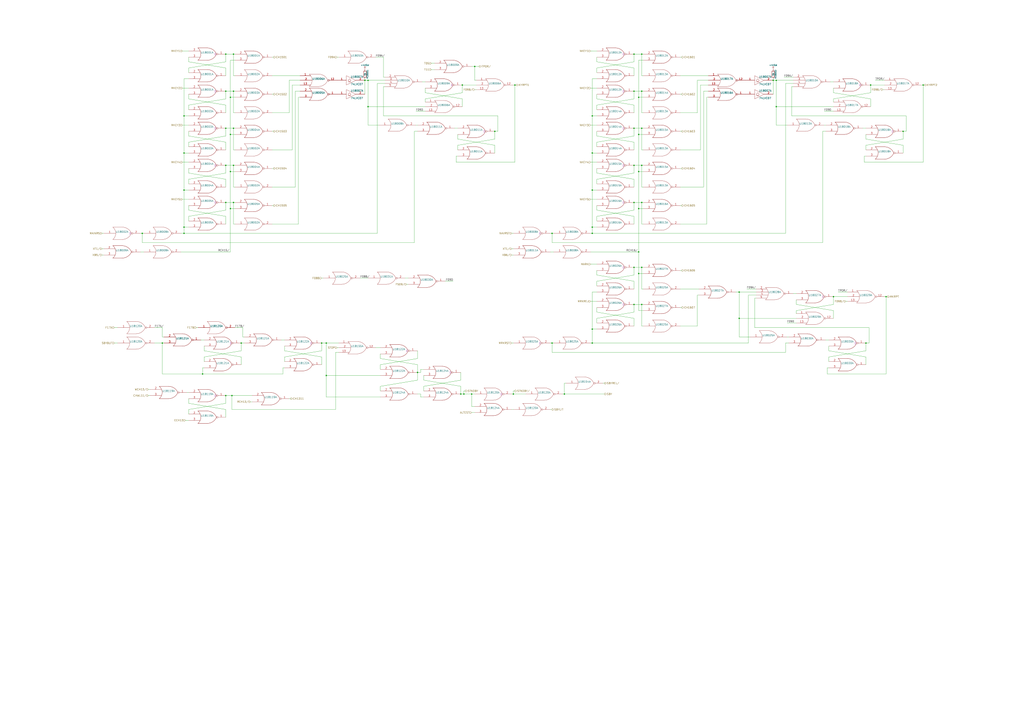
<source format=kicad_sch>
(kicad_sch (version 20211123) (generator eeschema)
  (paper "A1")
  (junction (at 267.97 308.61))
  (junction (at 189.23 171.45))
  (junction (at 185.42 135.89))
  (junction (at 684.53 243.84))
  (junction (at 463.55 323.85))
  (junction (at 189.23 80.01))
  (junction (at 741.68 107.95))
  (junction (at 527.05 219.71))
  (junction (at 520.7 166.37))
  (junction (at 198.12 281.94))
  (junction (at 711.2 281.94))
  (junction (at 524.51 224.79))
  (junction (at 758.19 69.85))
  (junction (at 191.77 105.41))
  (junction (at 422.91 69.85))
  (junction (at 520.7 135.89))
  (junction (at 191.77 166.37))
  (junction (at 185.42 325.12))
  (junction (at 527.05 166.37))
  (junction (at 133.35 281.94))
  (junction (at 637.54 66.04))
  (junction (at 520.7 250.19))
  (junction (at 527.05 250.19))
  (junction (at 486.41 186.69))
  (junction (at 421.64 323.85))
  (junction (at 524.51 110.49))
  (junction (at 520.7 74.93))
  (junction (at 486.41 191.77))
  (junction (at 637.54 87.63))
  (junction (at 185.42 166.37))
  (junction (at 607.06 261.62))
  (junction (at 727.71 243.84))
  (junction (at 378.46 323.85))
  (junction (at 342.9 306.07))
  (junction (at 264.16 281.94))
  (junction (at 607.06 240.03))
  (junction (at 520.7 105.41))
  (junction (at 191.77 135.89))
  (junction (at 715.01 69.85))
  (junction (at 486.41 125.73))
  (junction (at 486.41 156.21))
  (junction (at 387.35 323.85))
  (junction (at 151.13 186.69))
  (junction (at 524.51 80.01))
  (junction (at 524.51 207.01))
  (junction (at 389.89 54.61))
  (junction (at 166.37 307.34))
  (junction (at 116.84 191.77))
  (junction (at 527.05 44.45))
  (junction (at 527.05 135.89))
  (junction (at 379.73 69.85))
  (junction (at 486.41 95.25))
  (junction (at 524.51 140.97))
  (junction (at 381 323.85))
  (junction (at 486.41 281.94))
  (junction (at 151.13 95.25))
  (junction (at 486.41 270.51))
  (junction (at 191.77 74.93))
  (junction (at 151.13 125.73))
  (junction (at 151.13 191.77))
  (junction (at 185.42 44.45))
  (junction (at 189.23 140.97))
  (junction (at 267.97 281.94))
  (junction (at 527.05 74.93))
  (junction (at 302.26 66.04))
  (junction (at 527.05 105.41))
  (junction (at 520.7 219.71))
  (junction (at 299.72 66.04))
  (junction (at 524.51 171.45))
  (junction (at 302.26 87.63))
  (junction (at 453.39 191.77))
  (junction (at 189.23 110.49))
  (junction (at 635 66.04))
  (junction (at 190.5 325.12))
  (junction (at 151.13 156.21))
  (junction (at 406.4 107.95))
  (junction (at 453.39 281.94))
  (junction (at 520.7 44.45))
  (junction (at 185.42 74.93))
  (junction (at 185.42 105.41))
  (junction (at 191.77 44.45))
  (wire (pts (xy 490.22 50.8) (xy 490.22 46.99)))
  (wire (pts (xy 527.05 250.19) (xy 528.32 250.19)))
  (wire (pts (xy 619.76 269.24) (xy 619.76 245.11)))
  (wire (pts (xy 233.68 293.37) (xy 233.68 297.18)))
  (wire (pts (xy 520.7 50.8) (xy 490.22 55.88)))
  (wire (pts (xy 453.39 191.77) (xy 453.39 199.39)))
  (wire (pts (xy 520.7 135.89) (xy 527.05 135.89)))
  (wire (pts (xy 381 321.31) (xy 382.27 321.31)))
  (wire (pts (xy 387.35 334.01) (xy 389.89 334.01)))
  (wire (pts (xy 342.9 294.64) (xy 312.42 299.72)))
  (wire (pts (xy 726.44 69.85) (xy 715.01 69.85)))
  (wire (pts (xy 527.05 92.71) (xy 528.32 92.71)))
  (wire (pts (xy 527.05 166.37) (xy 527.05 184.15)))
  (wire (pts (xy 485.14 163.83) (xy 490.22 163.83)))
  (wire (pts (xy 342.9 312.42) (xy 312.42 317.5)))
  (wire (pts (xy 185.42 142.24) (xy 154.94 147.32)))
  (wire (pts (xy 527.05 44.45) (xy 528.32 44.45)))
  (wire (pts (xy 185.42 336.55) (xy 154.94 331.47)))
  (wire (pts (xy 614.68 242.57) (xy 621.03 242.57)))
  (wire (pts (xy 558.8 92.71) (xy 572.77 92.71)))
  (wire (pts (xy 375.92 119.38) (xy 375.92 123.19)))
  (wire (pts (xy 422.91 133.35) (xy 374.65 133.35)))
  (wire (pts (xy 727.71 243.84) (xy 728.98 243.84)))
  (wire (pts (xy 520.7 55.88) (xy 490.22 50.8)))
  (wire (pts (xy 524.51 80.01) (xy 528.32 80.01)))
  (wire (pts (xy 679.45 307.34) (xy 679.45 302.26)))
  (wire (pts (xy 575.31 69.85) (xy 581.66 69.85)))
  (wire (pts (xy 299.72 66.04) (xy 302.26 66.04)))
  (wire (pts (xy 527.05 74.93) (xy 528.32 74.93)))
  (wire (pts (xy 153.67 322.58) (xy 154.94 322.58)))
  (wire (pts (xy 224.79 107.95) (xy 223.52 107.95)))
  (wire (pts (xy 309.88 191.77) (xy 309.88 68.58)))
  (wire (pts (xy 572.77 267.97) (xy 572.77 242.57)))
  (wire (pts (xy 148.59 191.77) (xy 151.13 191.77)))
  (wire (pts (xy 580.39 80.01) (xy 581.66 80.01)))
  (wire (pts (xy 342.9 306.07) (xy 342.9 312.42)))
  (wire (pts (xy 133.35 276.86) (xy 134.62 276.86)))
  (wire (pts (xy 486.41 125.73) (xy 490.22 125.73)))
  (wire (pts (xy 520.7 172.72) (xy 490.22 177.8)))
  (wire (pts (xy 422.91 69.85) (xy 424.18 69.85)))
  (wire (pts (xy 264.16 228.6) (xy 265.43 228.6)))
  (wire (pts (xy 189.23 80.01) (xy 189.23 110.49)))
  (wire (pts (xy 166.37 307.34) (xy 232.41 307.34)))
  (wire (pts (xy 607.06 261.62) (xy 607.06 276.86)))
  (wire (pts (xy 524.51 255.27) (xy 528.32 255.27)))
  (wire (pts (xy 190.5 336.55) (xy 275.59 336.55)))
  (wire (pts (xy 185.42 166.37) (xy 191.77 166.37)))
  (wire (pts (xy 560.07 138.43) (xy 558.8 138.43)))
  (wire (pts (xy 240.03 69.85) (xy 246.38 69.85)))
  (wire (pts (xy 486.41 156.21) (xy 486.41 186.69)))
  (wire (pts (xy 389.89 73.66) (xy 391.16 73.66)))
  (wire (pts (xy 116.84 191.77) (xy 118.11 191.77)))
  (wire (pts (xy 190.5 325.12) (xy 190.5 336.55)))
  (wire (pts (xy 490.22 226.06) (xy 490.22 222.25)))
  (wire (pts (xy 711.2 299.72) (xy 711.2 293.37)))
  (wire (pts (xy 558.8 123.19) (xy 575.31 123.19)))
  (wire (pts (xy 375.92 114.3) (xy 375.92 110.49)))
  (wire (pts (xy 240.03 123.19) (xy 240.03 69.85)))
  (wire (pts (xy 83.82 204.47) (xy 85.09 204.47)))
  (wire (pts (xy 191.77 153.67) (xy 193.04 153.67)))
  (wire (pts (xy 520.7 74.93) (xy 520.7 81.28)))
  (wire (pts (xy 527.05 219.71) (xy 527.05 237.49)))
  (wire (pts (xy 486.41 191.77) (xy 645.16 191.77)))
  (wire (pts (xy 485.14 133.35) (xy 490.22 133.35)))
  (wire (pts (xy 316.23 63.5) (xy 314.96 63.5)))
  (wire (pts (xy 560.07 46.99) (xy 558.8 46.99)))
  (wire (pts (xy 452.12 191.77) (xy 453.39 191.77)))
  (wire (pts (xy 191.77 105.41) (xy 193.04 105.41)))
  (wire (pts (xy 232.41 302.26) (xy 233.68 302.26)))
  (wire (pts (xy 198.12 299.72) (xy 198.12 293.37)))
  (wire (pts (xy 341.63 102.87) (xy 342.9 102.87)))
  (wire (pts (xy 709.93 133.35) (xy 709.93 128.27)))
  (wire (pts (xy 224.79 168.91) (xy 223.52 168.91)))
  (wire (pts (xy 694.69 247.65) (xy 695.96 247.65)))
  (wire (pts (xy 727.71 243.84) (xy 727.71 307.34)))
  (wire (pts (xy 408.94 107.95) (xy 408.94 95.25)))
  (wire (pts (xy 688.34 240.03) (xy 695.96 240.03)))
  (wire (pts (xy 646.43 276.86) (xy 647.7 276.86)))
  (wire (pts (xy 165.1 279.4) (xy 167.64 279.4)))
  (wire (pts (xy 193.04 269.24) (xy 199.39 269.24)))
  (wire (pts (xy 577.85 153.67) (xy 577.85 74.93)))
  (wire (pts (xy 486.41 125.73) (xy 486.41 156.21)))
  (wire (pts (xy 560.07 222.25) (xy 558.8 222.25)))
  (wire (pts (xy 527.05 184.15) (xy 528.32 184.15)))
  (wire (pts (xy 245.11 184.15) (xy 245.11 80.01)))
  (wire (pts (xy 485.14 102.87) (xy 490.22 102.87)))
  (wire (pts (xy 154.94 142.24) (xy 154.94 138.43)))
  (wire (pts (xy 116.84 191.77) (xy 116.84 199.39)))
  (wire (pts (xy 572.77 92.71) (xy 572.77 66.04)))
  (wire (pts (xy 520.7 166.37) (xy 527.05 166.37)))
  (wire (pts (xy 654.05 250.19) (xy 684.53 255.27)))
  (wire (pts (xy 275.59 289.56) (xy 278.13 289.56)))
  (wire (pts (xy 527.05 250.19) (xy 527.05 267.97)))
  (wire (pts (xy 524.51 110.49) (xy 528.32 110.49)))
  (wire (pts (xy 347.98 317.5) (xy 347.98 321.31)))
  (wire (pts (xy 154.94 64.77) (xy 151.13 64.77)))
  (wire (pts (xy 185.42 123.19) (xy 185.42 116.84)))
  (wire (pts (xy 637.54 66.04) (xy 651.51 66.04)))
  (wire (pts (xy 264.16 288.29) (xy 264.16 281.94)))
  (wire (pts (xy 199.39 276.86) (xy 200.66 276.86)))
  (wire (pts (xy 520.7 105.41) (xy 520.7 111.76)))
  (wire (pts (xy 345.44 306.07) (xy 345.44 303.53)))
  (wire (pts (xy 185.42 177.8) (xy 154.94 172.72)))
  (wire (pts (xy 524.51 207.01) (xy 524.51 224.79)))
  (wire (pts (xy 711.2 119.38) (xy 711.2 123.19)))
  (wire (pts (xy 654.05 246.38) (xy 654.05 250.19)))
  (wire (pts (xy 189.23 80.01) (xy 193.04 80.01)))
  (wire (pts (xy 345.44 323.85) (xy 345.44 326.39)))
  (wire (pts (xy 185.42 105.41) (xy 191.77 105.41)))
  (wire (pts (xy 527.05 62.23) (xy 528.32 62.23)))
  (wire (pts (xy 527.05 44.45) (xy 527.05 62.23)))
  (wire (pts (xy 520.7 62.23) (xy 520.7 55.88)))
  (wire (pts (xy 485.14 191.77) (xy 486.41 191.77)))
  (wire (pts (xy 133.35 281.94) (xy 134.62 281.94)))
  (wire (pts (xy 486.41 186.69) (xy 490.22 186.69)))
  (wire (pts (xy 758.19 133.35) (xy 709.93 133.35)))
  (wire (pts (xy 490.22 177.8) (xy 490.22 181.61)))
  (wire (pts (xy 528.32 49.53) (xy 524.51 49.53)))
  (wire (pts (xy 185.42 166.37) (xy 185.42 172.72)))
  (wire (pts (xy 453.39 281.94) (xy 453.39 289.56)))
  (wire (pts (xy 420.37 204.47) (xy 421.64 204.47)))
  (wire (pts (xy 684.53 91.44) (xy 676.91 91.44)))
  (wire (pts (xy 758.19 69.85) (xy 758.19 133.35)))
  (wire (pts (xy 524.51 171.45) (xy 524.51 207.01)))
  (wire (pts (xy 421.64 336.55) (xy 420.37 336.55)))
  (wire (pts (xy 560.07 168.91) (xy 558.8 168.91)))
  (wire (pts (xy 520.7 44.45) (xy 520.7 50.8)))
  (wire (pts (xy 295.91 228.6) (xy 302.26 228.6)))
  (wire (pts (xy 198.12 281.94) (xy 200.66 281.94)))
  (wire (pts (xy 191.77 44.45) (xy 191.77 62.23)))
  (wire (pts (xy 237.49 66.04) (xy 246.38 66.04)))
  (wire (pts (xy 379.73 69.85) (xy 379.73 76.2)))
  (wire (pts (xy 524.51 224.79) (xy 528.32 224.79)))
  (wire (pts (xy 151.13 95.25) (xy 154.94 95.25)))
  (wire (pts (xy 490.22 240.03) (xy 486.41 240.03)))
  (wire (pts (xy 520.7 261.62) (xy 490.22 256.54)))
  (wire (pts (xy 490.22 86.36) (xy 490.22 90.17)))
  (wire (pts (xy 349.25 81.28) (xy 349.25 83.82)))
  (wire (pts (xy 527.05 237.49) (xy 528.32 237.49)))
  (wire (pts (xy 224.79 77.47) (xy 223.52 77.47)))
  (wire (pts (xy 520.7 226.06) (xy 490.22 231.14)))
  (wire (pts (xy 267.97 308.61) (xy 312.42 308.61)))
  (wire (pts (xy 223.52 123.19) (xy 240.03 123.19)))
  (wire (pts (xy 520.7 237.49) (xy 520.7 231.14)))
  (wire (pts (xy 374.65 133.35) (xy 374.65 128.27)))
  (wire (pts (xy 166.37 302.26) (xy 167.64 302.26)))
  (wire (pts (xy 149.86 133.35) (xy 154.94 133.35)))
  (wire (pts (xy 520.7 74.93) (xy 527.05 74.93)))
  (wire (pts (xy 619.76 245.11) (xy 621.03 245.11)))
  (wire (pts (xy 715.01 69.85) (xy 715.01 76.2)))
  (wire (pts (xy 520.7 147.32) (xy 490.22 142.24)))
  (wire (pts (xy 154.94 81.28) (xy 154.94 77.47)))
  (wire (pts (xy 406.4 107.95) (xy 406.4 114.3)))
  (wire (pts (xy 185.42 116.84) (xy 154.94 111.76)))
  (wire (pts (xy 421.64 321.31) (xy 422.91 321.31)))
  (wire (pts (xy 193.04 49.53) (xy 189.23 49.53)))
  (wire (pts (xy 354.33 57.15) (xy 356.87 57.15)))
  (wire (pts (xy 524.51 140.97) (xy 528.32 140.97)))
  (wire (pts (xy 420.37 281.94) (xy 421.64 281.94)))
  (wire (pts (xy 558.8 237.49) (xy 574.04 237.49)))
  (wire (pts (xy 237.49 327.66) (xy 238.76 327.66)))
  (wire (pts (xy 185.42 50.8) (xy 154.94 55.88)))
  (wire (pts (xy 490.22 261.62) (xy 490.22 265.43)))
  (wire (pts (xy 379.73 76.2) (xy 349.25 81.28)))
  (wire (pts (xy 378.46 312.42) (xy 347.98 317.5)))
  (wire (pts (xy 744.22 107.95) (xy 744.22 95.25)))
  (wire (pts (xy 408.94 95.25) (xy 314.96 95.25)))
  (wire (pts (xy 267.97 281.94) (xy 267.97 308.61)))
  (wire (pts (xy 191.77 62.23) (xy 193.04 62.23)))
  (wire (pts (xy 420.37 191.77) (xy 421.64 191.77)))
  (wire (pts (xy 524.51 207.01) (xy 485.14 207.01)))
  (wire (pts (xy 520.7 231.14) (xy 490.22 226.06)))
  (wire (pts (xy 189.23 110.49) (xy 189.23 140.97)))
  (wire (pts (xy 154.94 55.88) (xy 154.94 59.69)))
  (wire (pts (xy 711.2 281.94) (xy 713.74 281.94)))
  (wire (pts (xy 678.18 279.4) (xy 680.72 279.4)))
  (wire (pts (xy 680.72 293.37) (xy 680.72 297.18)))
  (wire (pts (xy 490.22 172.72) (xy 490.22 168.91)))
  (wire (pts (xy 191.77 166.37) (xy 193.04 166.37)))
  (wire (pts (xy 527.05 135.89) (xy 527.05 153.67)))
  (wire (pts (xy 378.46 312.42) (xy 378.46 306.07)))
  (wire (pts (xy 711.2 281.94) (xy 711.2 288.29)))
  (wire (pts (xy 191.77 74.93) (xy 193.04 74.93)))
  (wire (pts (xy 490.22 147.32) (xy 490.22 151.13)))
  (wire (pts (xy 421.64 323.85) (xy 431.8 323.85)))
  (wire (pts (xy 151.13 125.73) (xy 154.94 125.73)))
  (wire (pts (xy 654.05 255.27) (xy 654.05 257.81)))
  (wire (pts (xy 604.52 240.03) (xy 607.06 240.03)))
  (wire (pts (xy 490.22 55.88) (xy 490.22 59.69)))
  (wire (pts (xy 741.68 107.95) (xy 741.68 114.3)))
  (wire (pts (xy 684.53 81.28) (xy 684.53 83.82)))
  (wire (pts (xy 121.92 320.04) (xy 123.19 320.04)))
  (wire (pts (xy 151.13 156.21) (xy 151.13 186.69)))
  (wire (pts (xy 342.9 306.07) (xy 345.44 306.07)))
  (wire (pts (xy 520.7 219.71) (xy 527.05 219.71)))
  (wire (pts (xy 520.7 153.67) (xy 520.7 147.32)))
  (wire (pts (xy 708.66 105.41) (xy 711.2 105.41)))
  (wire (pts (xy 149.86 102.87) (xy 154.94 102.87)))
  (wire (pts (xy 345.44 326.39) (xy 347.98 326.39)))
  (wire (pts (xy 654.05 241.3) (xy 651.51 241.3)))
  (wire (pts (xy 198.12 288.29) (xy 167.64 293.37)))
  (wire (pts (xy 524.51 171.45) (xy 528.32 171.45)))
  (wire (pts (xy 651.51 63.5) (xy 643.89 63.5)))
  (wire (pts (xy 756.92 69.85) (xy 758.19 69.85)))
  (wire (pts (xy 185.42 135.89) (xy 185.42 142.24)))
  (wire (pts (xy 223.52 184.15) (xy 245.11 184.15)))
  (wire (pts (xy 154.94 336.55) (xy 154.94 340.36)))
  (wire (pts (xy 302.26 66.04) (xy 316.23 66.04)))
  (wire (pts (xy 347.98 312.42) (xy 347.98 308.61)))
  (wire (pts (xy 93.98 269.24) (xy 96.52 269.24)))
  (wire (pts (xy 151.13 64.77) (xy 151.13 95.25)))
  (wire (pts (xy 185.42 74.93) (xy 185.42 81.28)))
  (wire (pts (xy 242.57 153.67) (xy 242.57 74.93)))
  (wire (pts (xy 572.77 242.57) (xy 574.04 242.57)))
  (wire (pts (xy 189.23 171.45) (xy 193.04 171.45)))
  (wire (pts (xy 485.14 72.39) (xy 490.22 72.39)))
  (wire (pts (xy 302.26 87.63) (xy 302.26 102.87)))
  (wire (pts (xy 299.72 66.04) (xy 299.72 77.47)))
  (wire (pts (xy 340.36 199.39) (xy 340.36 107.95)))
  (wire (pts (xy 520.7 44.45) (xy 527.05 44.45)))
  (wire (pts (xy 420.37 209.55) (xy 421.64 209.55)))
  (wire (pts (xy 378.46 323.85) (xy 381 323.85)))
  (wire (pts (xy 154.94 177.8) (xy 154.94 181.61)))
  (wire (pts (xy 684.53 243.84) (xy 684.53 250.19)))
  (wire (pts (xy 520.7 166.37) (xy 520.7 172.72)))
  (wire (pts (xy 185.42 342.9) (xy 185.42 336.55)))
  (wire (pts (xy 485.14 217.17) (xy 490.22 217.17)))
  (wire (pts (xy 190.5 325.12) (xy 207.01 325.12)))
  (wire (pts (xy 205.74 330.2) (xy 207.01 330.2)))
  (wire (pts (xy 378.46 317.5) (xy 347.98 312.42)))
  (wire (pts (xy 191.77 74.93) (xy 191.77 92.71)))
  (wire (pts (xy 185.42 92.71) (xy 185.42 86.36)))
  (wire (pts (xy 453.39 191.77) (xy 454.66 191.77)))
  (wire (pts (xy 635 64.77) (xy 635 66.04)))
  (wire (pts (xy 527.05 219.71) (xy 528.32 219.71)))
  (wire (pts (xy 151.13 125.73) (xy 151.13 156.21)))
  (wire (pts (xy 679.45 302.26) (xy 680.72 302.26)))
  (wire (pts (xy 185.42 184.15) (xy 185.42 177.8)))
  (wire (pts (xy 349.25 76.2) (xy 379.73 81.28)))
  (wire (pts (xy 520.7 116.84) (xy 490.22 111.76)))
  (wire (pts (xy 486.41 186.69) (xy 486.41 191.77)))
  (wire (pts (xy 684.53 72.39) (xy 684.53 76.2)))
  (wire (pts (xy 422.91 69.85) (xy 422.91 133.35)))
  (wire (pts (xy 151.13 156.21) (xy 154.94 156.21)))
  (wire (pts (xy 718.82 66.04) (xy 726.44 66.04)))
  (wire (pts (xy 577.85 74.93) (xy 581.66 74.93)))
  (wire (pts (xy 676.91 102.87) (xy 678.18 102.87)))
  (wire (pts (xy 345.44 303.53) (xy 347.98 303.53)))
  (wire (pts (xy 189.23 110.49) (xy 193.04 110.49)))
  (wire (pts (xy 166.37 307.34) (xy 166.37 302.26)))
  (wire (pts (xy 520.7 256.54) (xy 490.22 261.62)))
  (wire (pts (xy 637.54 87.63) (xy 684.53 87.63)))
  (wire (pts (xy 381 323.85) (xy 381 321.31)))
  (wire (pts (xy 464.82 314.96) (xy 463.55 314.96)))
  (wire (pts (xy 486.41 270.51) (xy 486.41 281.94)))
  (wire (pts (xy 406.4 119.38) (xy 375.92 114.3)))
  (wire (pts (xy 650.24 95.25) (xy 650.24 71.12)))
  (wire (pts (xy 607.06 240.03) (xy 621.03 240.03)))
  (wire (pts (xy 232.41 307.34) (xy 232.41 302.26)))
  (wire (pts (xy 264.16 288.29) (xy 233.68 293.37)))
  (wire (pts (xy 607.06 276.86) (xy 615.95 276.86)))
  (wire (pts (xy 154.94 172.72) (xy 154.94 168.91)))
  (wire (pts (xy 83.82 209.55) (xy 85.09 209.55)))
  (wire (pts (xy 452.12 207.01) (xy 454.66 207.01)))
  (wire (pts (xy 420.37 323.85) (xy 421.64 323.85)))
  (wire (pts (xy 715.01 76.2) (xy 684.53 81.28)))
  (wire (pts (xy 485.14 247.65) (xy 490.22 247.65)))
  (wire (pts (xy 520.7 135.89) (xy 520.7 142.24)))
  (wire (pts (xy 490.22 256.54) (xy 490.22 252.73)))
  (wire (pts (xy 684.53 67.31) (xy 681.99 67.31)))
  (wire (pts (xy 713.74 269.24) (xy 619.76 269.24)))
  (wire (pts (xy 154.94 86.36) (xy 154.94 90.17)))
  (wire (pts (xy 378.46 317.5) (xy 378.46 323.85)))
  (wire (pts (xy 463.55 314.96) (xy 463.55 323.85)))
  (wire (pts (xy 560.07 107.95) (xy 558.8 107.95)))
  (wire (pts (xy 680.72 288.29) (xy 680.72 284.48)))
  (wire (pts (xy 520.7 184.15) (xy 520.7 177.8)))
  (wire (pts (xy 185.42 105.41) (xy 185.42 111.76)))
  (wire (pts (xy 149.86 163.83) (xy 154.94 163.83)))
  (wire (pts (xy 191.77 166.37) (xy 191.77 184.15)))
  (wire (pts (xy 314.96 46.99) (xy 308.61 46.99)))
  (wire (pts (xy 621.03 237.49) (xy 613.41 237.49)))
  (wire (pts (xy 490.22 81.28) (xy 490.22 77.47)))
  (wire (pts (xy 520.7 105.41) (xy 527.05 105.41)))
  (wire (pts (xy 199.39 269.24) (xy 199.39 276.86)))
  (wire (pts (xy 342.9 323.85) (xy 345.44 323.85)))
  (wire (pts (xy 189.23 49.53) (xy 189.23 80.01)))
  (wire (pts (xy 154.94 345.44) (xy 152.4 345.44)))
  (wire (pts (xy 485.14 281.94) (xy 486.41 281.94)))
  (wire (pts (xy 758.19 69.85) (xy 759.46 69.85)))
  (wire (pts (xy 373.38 105.41) (xy 375.92 105.41)))
  (wire (pts (xy 154.94 111.76) (xy 154.94 107.95)))
  (wire (pts (xy 191.77 184.15) (xy 193.04 184.15)))
  (wire (pts (xy 245.11 80.01) (xy 246.38 80.01)))
  (wire (pts (xy 675.64 107.95) (xy 678.18 107.95)))
  (wire (pts (xy 486.41 64.77) (xy 486.41 95.25)))
  (wire (pts (xy 374.65 128.27) (xy 375.92 128.27)))
  (wire (pts (xy 237.49 92.71) (xy 237.49 66.04)))
  (wire (pts (xy 314.96 95.25) (xy 314.96 71.12)))
  (wire (pts (xy 645.16 191.77) (xy 645.16 68.58)))
  (wire (pts (xy 275.59 336.55) (xy 275.59 289.56)))
  (wire (pts (xy 524.51 140.97) (xy 524.51 171.45)))
  (wire (pts (xy 189.23 207.01) (xy 148.59 207.01)))
  (wire (pts (xy 154.94 116.84) (xy 154.94 120.65)))
  (wire (pts (xy 185.42 153.67) (xy 185.42 147.32)))
  (wire (pts (xy 635 66.04) (xy 635 77.47)))
  (wire (pts (xy 365.76 231.14) (xy 372.11 231.14)))
  (wire (pts (xy 189.23 140.97) (xy 189.23 171.45)))
  (wire (pts (xy 486.41 95.25) (xy 490.22 95.25)))
  (wire (pts (xy 572.77 66.04) (xy 581.66 66.04)))
  (wire (pts (xy 709.93 128.27) (xy 711.2 128.27)))
  (wire (pts (xy 637.54 66.04) (xy 637.54 87.63)))
  (wire (pts (xy 486.41 95.25) (xy 486.41 125.73)))
  (wire (pts (xy 185.42 111.76) (xy 154.94 116.84)))
  (wire (pts (xy 558.8 62.23) (xy 581.66 62.23)))
  (wire (pts (xy 675.64 199.39) (xy 675.64 107.95)))
  (wire (pts (xy 93.98 281.94) (xy 96.52 281.94)))
  (wire (pts (xy 527.05 74.93) (xy 527.05 92.71)))
  (wire (pts (xy 520.7 86.36) (xy 490.22 81.28)))
  (wire (pts (xy 520.7 111.76) (xy 490.22 116.84)))
  (wire (pts (xy 453.39 199.39) (xy 675.64 199.39)))
  (wire (pts (xy 580.39 184.15) (xy 580.39 80.01)))
  (wire (pts (xy 308.61 285.75) (xy 312.42 285.75)))
  (wire (pts (xy 527.05 105.41) (xy 527.05 123.19)))
  (wire (pts (xy 406.4 107.95) (xy 408.94 107.95)))
  (wire (pts (xy 115.57 207.01) (xy 118.11 207.01)))
  (wire (pts (xy 387.35 339.09) (xy 389.89 339.09)))
  (wire (pts (xy 121.92 325.12) (xy 123.19 325.12)))
  (wire (pts (xy 340.36 107.95) (xy 342.9 107.95)))
  (wire (pts (xy 342.9 299.72) (xy 312.42 294.64)))
  (wire (pts (xy 342.9 299.72) (xy 342.9 306.07)))
  (wire (pts (xy 463.55 323.85) (xy 496.57 323.85)))
  (wire (pts (xy 527.05 135.89) (xy 528.32 135.89)))
  (wire (pts (xy 151.13 186.69) (xy 151.13 191.77)))
  (wire (pts (xy 607.06 261.62) (xy 654.05 261.62)))
  (wire (pts (xy 520.7 250.19) (xy 520.7 256.54)))
  (wire (pts (xy 527.05 166.37) (xy 528.32 166.37)))
  (wire (pts (xy 486.41 270.51) (xy 490.22 270.51)))
  (wire (pts (xy 711.2 288.29) (xy 680.72 293.37)))
  (wire (pts (xy 715.01 81.28) (xy 715.01 87.63)))
  (wire (pts (xy 242.57 74.93) (xy 246.38 74.93)))
  (wire (pts (xy 727.71 307.34) (xy 679.45 307.34)))
  (wire (pts (xy 560.07 252.73) (xy 558.8 252.73)))
  (wire (pts (xy 527.05 105.41) (xy 528.32 105.41)))
  (wire (pts (xy 185.42 55.88) (xy 154.94 50.8)))
  (wire (pts (xy 524.51 49.53) (xy 524.51 80.01)))
  (wire (pts (xy 264.16 293.37) (xy 233.68 288.29)))
  (wire (pts (xy 421.64 323.85) (xy 421.64 321.31)))
  (wire (pts (xy 495.3 314.96) (xy 496.57 314.96)))
  (wire (pts (xy 711.2 114.3) (xy 711.2 110.49)))
  (wire (pts (xy 223.52 153.67) (xy 242.57 153.67)))
  (wire (pts (xy 741.68 107.95) (xy 744.22 107.95)))
  (wire (pts (xy 185.42 325.12) (xy 190.5 325.12)))
  (wire (pts (xy 127 269.24) (xy 133.35 269.24)))
  (wire (pts (xy 191.77 44.45) (xy 193.04 44.45)))
  (wire (pts (xy 490.22 116.84) (xy 490.22 120.65)))
  (wire (pts (xy 198.12 281.94) (xy 198.12 288.29)))
  (wire (pts (xy 189.23 171.45) (xy 189.23 207.01)))
  (wire (pts (xy 154.94 50.8) (xy 154.94 46.99)))
  (wire (pts (xy 379.73 81.28) (xy 379.73 87.63)))
  (wire (pts (xy 741.68 119.38) (xy 711.2 114.3)))
  (wire (pts (xy 520.7 92.71) (xy 520.7 86.36)))
  (wire (pts (xy 684.53 255.27) (xy 684.53 261.62)))
  (wire (pts (xy 387.35 54.61) (xy 389.89 54.61)))
  (wire (pts (xy 520.7 219.71) (xy 520.7 226.06)))
  (wire (pts (xy 149.86 72.39) (xy 154.94 72.39)))
  (wire (pts (xy 490.22 111.76) (xy 490.22 107.95)))
  (wire (pts (xy 614.68 281.94) (xy 614.68 242.57)))
  (wire (pts (xy 127 281.94) (xy 133.35 281.94)))
  (wire (pts (xy 314.96 71.12) (xy 316.23 71.12)))
  (wire (pts (xy 520.7 177.8) (xy 490.22 172.72)))
  (wire (pts (xy 558.8 184.15) (xy 580.39 184.15)))
  (wire (pts (xy 645.16 68.58) (xy 651.51 68.58)))
  (wire (pts (xy 453.39 281.94) (xy 454.66 281.94)))
  (wire (pts (xy 406.4 125.73) (xy 406.4 119.38)))
  (wire (pts (xy 267.97 281.94) (xy 278.13 281.94)))
  (wire (pts (xy 524.51 80.01) (xy 524.51 110.49)))
  (wire (pts (xy 312.42 294.64) (xy 312.42 290.83)))
  (wire (pts (xy 154.94 147.32) (xy 154.94 151.13)))
  (wire (pts (xy 645.16 289.56) (xy 645.16 281.94)))
  (wire (pts (xy 524.51 224.79) (xy 524.51 255.27)))
  (wire (pts (xy 387.35 323.85) (xy 389.89 323.85)))
  (wire (pts (xy 115.57 191.77) (xy 116.84 191.77)))
  (wire (pts (xy 490.22 64.77) (xy 486.41 64.77)))
  (wire (pts (xy 524.51 110.49) (xy 524.51 140.97)))
  (wire (pts (xy 83.82 191.77) (xy 85.09 191.77)))
  (wire (pts (xy 302.26 102.87) (xy 311.15 102.87)))
  (wire (pts (xy 161.29 269.24) (xy 162.56 269.24)))
  (wire (pts (xy 185.42 44.45) (xy 185.42 50.8)))
  (wire (pts (xy 560.07 77.47) (xy 558.8 77.47)))
  (wire (pts (xy 278.13 285.75) (xy 276.86 285.75)))
  (wire (pts (xy 335.28 228.6) (xy 332.74 228.6)))
  (wire (pts (xy 309.88 68.58) (xy 316.23 68.58)))
  (wire (pts (xy 354.33 52.07) (xy 356.87 52.07)))
  (wire (pts (xy 711.2 293.37) (xy 680.72 288.29)))
  (wire (pts (xy 278.13 46.99) (xy 276.86 46.99)))
  (wire (pts (xy 607.06 240.03) (xy 607.06 261.62)))
  (wire (pts (xy 575.31 123.19) (xy 575.31 69.85)))
  (wire (pts (xy 389.89 54.61) (xy 389.89 66.04)))
  (wire (pts (xy 223.52 92.71) (xy 237.49 92.71)))
  (wire (pts (xy 151.13 95.25) (xy 151.13 125.73)))
  (wire (pts (xy 520.7 123.19) (xy 520.7 116.84)))
  (wire (pts (xy 264.16 299.72) (xy 264.16 293.37)))
  (wire (pts (xy 453.39 336.55) (xy 452.12 336.55)))
  (wire (pts (xy 695.96 243.84) (xy 684.53 243.84)))
  (wire (pts (xy 154.94 331.47) (xy 154.94 327.66)))
  (wire (pts (xy 520.7 267.97) (xy 520.7 261.62)))
  (wire (pts (xy 116.84 199.39) (xy 340.36 199.39)))
  (wire (pts (xy 486.41 240.03) (xy 486.41 270.51)))
  (wire (pts (xy 654.05 265.43) (xy 646.43 265.43)))
  (wire (pts (xy 191.77 135.89) (xy 193.04 135.89)))
  (wire (pts (xy 342.9 294.64) (xy 342.9 288.29)))
  (wire (pts (xy 191.77 123.19) (xy 193.04 123.19)))
  (wire (pts (xy 527.05 153.67) (xy 528.32 153.67)))
  (wire (pts (xy 744.22 95.25) (xy 650.24 95.25)))
  (wire (pts (xy 486.41 281.94) (xy 614.68 281.94)))
  (wire (pts (xy 191.77 105.41) (xy 191.77 123.19)))
  (wire (pts (xy 349.25 72.39) (xy 349.25 76.2)))
  (wire (pts (xy 558.8 153.67) (xy 577.85 153.67)))
  (wire (pts (xy 189.23 140.97) (xy 193.04 140.97)))
  (wire (pts (xy 650.24 71.12) (xy 651.51 71.12)))
  (wire (pts (xy 391.16 69.85) (xy 379.73 69.85)))
  (wire (pts (xy 185.42 74.93) (xy 191.77 74.93)))
  (wire (pts (xy 185.42 172.72) (xy 154.94 177.8)))
  (wire (pts (xy 185.42 331.47) (xy 154.94 336.55)))
  (wire (pts (xy 185.42 44.45) (xy 191.77 44.45)))
  (wire (pts (xy 421.64 69.85) (xy 422.91 69.85)))
  (wire (pts (xy 312.42 299.72) (xy 312.42 303.53)))
  (wire (pts (xy 133.35 281.94) (xy 133.35 307.34)))
  (wire (pts (xy 191.77 135.89) (xy 191.77 153.67)))
  (wire (pts (xy 198.12 293.37) (xy 167.64 288.29)))
  (wire (pts (xy 349.25 91.44) (xy 341.63 91.44)))
  (wire (pts (xy 520.7 81.28) (xy 490.22 86.36)))
  (wire (pts (xy 185.42 147.32) (xy 154.94 142.24)))
  (wire (pts (xy 267.97 326.39) (xy 312.42 326.39)))
  (wire (pts (xy 167.64 293.37) (xy 167.64 297.18)))
  (wire (pts (xy 645.16 281.94) (xy 647.7 281.94)))
  (wire (pts (xy 725.17 73.66) (xy 726.44 73.66)))
  (wire (pts (xy 167.64 288.29) (xy 167.64 284.48)))
  (wire (pts (xy 349.25 67.31) (xy 346.71 67.31)))
  (wire (pts (xy 302.26 66.04) (xy 302.26 87.63)))
  (wire (pts (xy 185.42 86.36) (xy 154.94 81.28)))
  (wire (pts (xy 335.28 233.68) (xy 334.01 233.68)))
  (wire (pts (xy 151.13 186.69) (xy 154.94 186.69)))
  (wire (pts (xy 231.14 279.4) (xy 233.68 279.4)))
  (wire (pts (xy 224.79 138.43) (xy 223.52 138.43)))
  (wire (pts (xy 486.41 156.21) (xy 490.22 156.21)))
  (wire (pts (xy 635 66.04) (xy 637.54 66.04)))
  (wire (pts (xy 490.22 231.14) (xy 490.22 234.95)))
  (wire (pts (xy 299.72 64.77) (xy 299.72 66.04)))
  (wire (pts (xy 387.35 323.85) (xy 387.35 334.01)))
  (wire (pts (xy 558.8 267.97) (xy 572.77 267.97)))
  (wire (pts (xy 406.4 114.3) (xy 375.92 119.38)))
  (wire (pts (xy 185.42 325.12) (xy 185.42 331.47)))
  (wire (pts (xy 726.44 243.84) (xy 727.71 243.84)))
  (wire (pts (xy 389.89 66.04) (xy 391.16 66.04)))
  (wire (pts (xy 520.7 142.24) (xy 490.22 147.32)))
  (wire (pts (xy 485.14 41.91) (xy 490.22 41.91)))
  (wire (pts (xy 381 323.85) (xy 387.35 323.85)))
  (wire (pts (xy 527.05 123.19) (xy 528.32 123.19)))
  (wire (pts (xy 264.16 281.94) (xy 267.97 281.94)))
  (wire (pts (xy 713.74 281.94) (xy 713.74 269.24)))
  (wire (pts (xy 684.53 76.2) (xy 715.01 81.28)))
  (wire (pts (xy 637.54 87.63) (xy 637.54 102.87)))
  (wire (pts (xy 151.13 191.77) (xy 309.88 191.77)))
  (wire (pts (xy 185.42 135.89) (xy 191.77 135.89)))
  (wire (pts (xy 191.77 92.71) (xy 193.04 92.71)))
  (wire (pts (xy 452.12 281.94) (xy 453.39 281.94)))
  (wire (pts (xy 185.42 81.28) (xy 154.94 86.36)))
  (wire (pts (xy 224.79 46.99) (xy 223.52 46.99)))
  (wire (pts (xy 741.68 125.73) (xy 741.68 119.38)))
  (wire (pts (xy 389.89 54.61) (xy 393.7 54.61)))
  (wire (pts (xy 490.22 142.24) (xy 490.22 138.43)))
  (wire (pts (xy 223.52 62.23) (xy 246.38 62.23)))
  (wire (pts (xy 520.7 250.19) (xy 527.05 250.19)))
  (wire (pts (xy 462.28 323.85) (xy 463.55 323.85)))
  (wire (pts (xy 233.68 288.29) (xy 233.68 284.48)))
  (wire (pts (xy 149.86 41.91) (xy 154.94 41.91)))
  (wire (pts (xy 133.35 269.24) (xy 133.35 276.86)))
  (wire (pts (xy 637.54 102.87) (xy 646.43 102.87)))
  (wire (pts (xy 185.42 62.23) (xy 185.42 55.88)))
  (wire (pts (xy 314.96 63.5) (xy 314.96 46.99)))
  (wire (pts (xy 312.42 317.5) (xy 312.42 321.31)))
  (wire (pts (xy 453.39 289.56) (xy 645.16 289.56)))
  (wire (pts (xy 527.05 267.97) (xy 528.32 267.97)))
  (wire (pts (xy 267.97 308.61) (xy 267.97 326.39)))
  (wire (pts (xy 741.68 114.3) (xy 711.2 119.38)))
  (wire (pts (xy 302.26 87.63) (xy 349.25 87.63)))
  (wire (pts (xy 133.35 307.34) (xy 166.37 307.34)))
  (wire (pts (xy 684.53 250.19) (xy 654.05 255.27)))
  (label "F09A/" (at 613.41 237.49 0) (effects (font (size 1.524 1.524))))
  (label "F09D" (at 341.63 91.44 0) (effects (font (size 1.524 1.524))))
  (label "F09D" (at 676.91 91.44 0) (effects (font (size 1.524 1.524))))
  (label "RCH16/" (at 514.35 207.01 0) (effects (font (size 1.524 1.524))))
  (label "TPOR/" (at 718.82 66.04 0) (effects (font (size 1.524 1.524))))
  (label "F17A/" (at 127 269.24 0) (effects (font (size 1.524 1.524))))
  (label "F09A/" (at 308.61 46.99 0) (effects (font (size 1.524 1.524))))
  (label "F17B/" (at 193.04 269.24 0) (effects (font (size 1.524 1.524))))
  (label "TPOR/" (at 688.34 240.03 0) (effects (font (size 1.524 1.524))))
  (label "RCH15/" (at 179.07 207.01 0) (effects (font (size 1.524 1.524))))
  (label "F08B/" (at 295.91 228.6 0) (effects (font (size 1.524 1.524))))
  (label "F09A/" (at 643.89 63.5 0) (effects (font (size 1.524 1.524))))
  (label "F09D" (at 646.43 265.43 0) (effects (font (size 1.524 1.524))))
  (label "F09D" (at 372.11 231.14 180) (effects (font (size 1.524 1.524))))
  (hierarchical_label "CH1502" (shape output) (at 224.79 77.47 0) (effects (font (size 1.524 1.524))))
  (hierarchical_label "CH1607" (shape output) (at 560.07 252.73 0) (effects (font (size 1.524 1.524))))
  (hierarchical_label "SBY" (shape output) (at 496.57 323.85 0) (effects (font (size 1.524 1.524))))
  (hierarchical_label "F09B/" (shape input) (at 389.89 73.66 180) (effects (font (size 1.524 1.524))))
  (hierarchical_label "MKEY3" (shape input) (at 149.86 102.87 180) (effects (font (size 1.524 1.524))))
  (hierarchical_label "NKEY2" (shape input) (at 485.14 72.39 180) (effects (font (size 1.524 1.524))))
  (hierarchical_label "STNDBY/" (shape output) (at 422.91 321.31 0) (effects (font (size 1.524 1.524))))
  (hierarchical_label "CH1503" (shape output) (at 224.79 107.95 0) (effects (font (size 1.524 1.524))))
  (hierarchical_label "NAVRST" (shape input) (at 420.37 191.77 180) (effects (font (size 1.524 1.524))))
  (hierarchical_label "CH1606" (shape output) (at 560.07 222.25 0) (effects (font (size 1.524 1.524))))
  (hierarchical_label "SBYBUT" (shape input) (at 93.98 281.94 180) (effects (font (size 1.524 1.524))))
  (hierarchical_label "CH1504" (shape output) (at 224.79 138.43 0) (effects (font (size 1.524 1.524))))
  (hierarchical_label "XT1/" (shape input) (at 420.37 204.47 180) (effects (font (size 1.524 1.524))))
  (hierarchical_label "CCH13" (shape input) (at 152.4 345.44 180) (effects (font (size 1.524 1.524))))
  (hierarchical_label "MKEY5" (shape input) (at 149.86 163.83 180) (effects (font (size 1.524 1.524))))
  (hierarchical_label "SBYLIT" (shape output) (at 453.39 336.55 0) (effects (font (size 1.524 1.524))))
  (hierarchical_label "MKEY1" (shape input) (at 149.86 41.91 180) (effects (font (size 1.524 1.524))))
  (hierarchical_label "ALTEST" (shape input) (at 387.35 339.09 180) (effects (font (size 1.524 1.524))))
  (hierarchical_label "CH1602" (shape output) (at 560.07 77.47 0) (effects (font (size 1.524 1.524))))
  (hierarchical_label "F17A" (shape input) (at 93.98 269.24 180) (effects (font (size 1.524 1.524))))
  (hierarchical_label "CH1311" (shape output) (at 238.76 327.66 0) (effects (font (size 1.524 1.524))))
  (hierarchical_label "FS09/" (shape input) (at 334.01 233.68 180) (effects (font (size 1.524 1.524))))
  (hierarchical_label "MKEY4" (shape input) (at 149.86 133.35 180) (effects (font (size 1.524 1.524))))
  (hierarchical_label "CH1605" (shape output) (at 560.07 168.91 0) (effects (font (size 1.524 1.524))))
  (hierarchical_label "STOP" (shape input) (at 276.86 285.75 180) (effects (font (size 1.524 1.524))))
  (hierarchical_label "CH1604" (shape output) (at 560.07 138.43 0) (effects (font (size 1.524 1.524))))
  (hierarchical_label "CH1505" (shape output) (at 224.79 168.91 0) (effects (font (size 1.524 1.524))))
  (hierarchical_label "CH1603" (shape output) (at 560.07 107.95 0) (effects (font (size 1.524 1.524))))
  (hierarchical_label "RCH13/" (shape input) (at 205.74 330.2 180) (effects (font (size 1.524 1.524))))
  (hierarchical_label "SBYREL/" (shape output) (at 496.57 314.96 0) (effects (font (size 1.524 1.524))))
  (hierarchical_label "NKEY5" (shape input) (at 485.14 163.83 180) (effects (font (size 1.524 1.524))))
  (hierarchical_label "MARK" (shape input) (at 485.14 217.17 180) (effects (font (size 1.524 1.524))))
  (hierarchical_label "MRKREJ" (shape input) (at 485.14 247.65 180) (effects (font (size 1.524 1.524))))
  (hierarchical_label "XT1/" (shape input) (at 83.82 204.47 180) (effects (font (size 1.524 1.524))))
  (hierarchical_label "T11" (shape input) (at 354.33 57.15 180) (effects (font (size 1.524 1.524))))
  (hierarchical_label "F09B/" (shape input) (at 694.69 247.65 180) (effects (font (size 1.524 1.524))))
  (hierarchical_label "T05" (shape input) (at 354.33 52.07 180) (effects (font (size 1.524 1.524))))
  (hierarchical_label "CH1501" (shape output) (at 224.79 46.99 0) (effects (font (size 1.524 1.524))))
  (hierarchical_label "NKEY4" (shape input) (at 485.14 133.35 180) (effects (font (size 1.524 1.524))))
  (hierarchical_label "XB6/" (shape input) (at 420.37 209.55 180) (effects (font (size 1.524 1.524))))
  (hierarchical_label "F17B" (shape input) (at 161.29 269.24 180) (effects (font (size 1.524 1.524))))
  (hierarchical_label "MRKRST" (shape input) (at 420.37 281.94 180) (effects (font (size 1.524 1.524))))
  (hierarchical_label "STNDBY" (shape output) (at 382.27 321.31 0) (effects (font (size 1.524 1.524))))
  (hierarchical_label "XB5/" (shape input) (at 83.82 209.55 180) (effects (font (size 1.524 1.524))))
  (hierarchical_label "F09B/" (shape input) (at 725.17 73.66 180) (effects (font (size 1.524 1.524))))
  (hierarchical_label "F08B" (shape input) (at 264.16 228.6 180) (effects (font (size 1.524 1.524))))
  (hierarchical_label "NKEY1" (shape input) (at 485.14 41.91 180) (effects (font (size 1.524 1.524))))
  (hierarchical_label "WCH13/" (shape input) (at 121.92 320.04 180) (effects (font (size 1.524 1.524))))
  (hierarchical_label "CHWL11/" (shape input) (at 121.92 325.12 180) (effects (font (size 1.524 1.524))))
  (hierarchical_label "NKEY3" (shape input) (at 485.14 102.87 180) (effects (font (size 1.524 1.524))))
  (hierarchical_label "TPOR/" (shape output) (at 393.7 54.61 0) (effects (font (size 1.524 1.524))))
  (hierarchical_label "CH1601" (shape output) (at 560.07 46.99 0) (effects (font (size 1.524 1.524))))
  (hierarchical_label "MKEY2" (shape input) (at 149.86 72.39 180) (effects (font (size 1.524 1.524))))
  (hierarchical_label "KYRPT1" (shape output) (at 424.18 69.85 0) (effects (font (size 1.524 1.524))))
  (hierarchical_label "MKRPT" (shape output) (at 728.98 243.84 0) (effects (font (size 1.524 1.524))))
  (hierarchical_label "F09A" (shape input) (at 276.86 46.99 180) (effects (font (size 1.524 1.524))))
  (hierarchical_label "MAINRS" (shape input) (at 83.82 191.77 180) (effects (font (size 1.524 1.524))))
  (hierarchical_label "KYRPT2" (shape output) (at 759.46 69.85 0) (effects (font (size 1.524 1.524))))
  (symbol (lib_id "agc_kicad_components:74HC04") (at 293.37 46.99 0)
    (property "Reference" "U18053" (at 293.37 45.72 0) (effects (font (size 1.524 1.524))))
    (property "Value" "74HC04" (effects hide))
  )
  (symbol (lib_id "agc_kicad_components:74HC04") (at 480.06 314.96 0)
    (property "Reference" "U18154" (at 480.06 313.69 0) (effects (font (size 1.524 1.524))))
    (property "Value" "74HC04" (effects hide))
  )
  (symbol (lib_id "agc_kicad_components:74HC02") (at 170.18 44.45 0)
    (property "Reference" "U18001" (at 170.18 43.18 0) (effects (font (size 1.524 1.524))))
    (property "Value" "74HC02" (effects hide))
    (property "Initial" "1" (at 176.53 44.45 0) (effects (font (size 1.524 1.524) italic)))
  )
  (symbol (lib_id "agc_kicad_components:74HC02") (at 170.18 62.23 0)
    (property "Reference" "U18001" (at 170.18 60.96 0) (effects (font (size 1.524 1.524))))
    (property "Value" "74HC02" (effects hide))
  )
  (symbol (lib_id "agc_kicad_components:74HC02") (at 208.28 46.99 0)
    (property "Reference" "U18001" (at 208.28 45.72 0) (effects (font (size 1.524 1.524))))
    (property "Value" "74HC02" (effects hide))
  )
  (symbol (lib_id "agc_kicad_components:74HC04") (at 208.28 62.23 0)
    (property "Reference" "U18002" (at 208.28 60.96 0) (effects (font (size 1.524 1.524))))
    (property "Value" "74HC04" (effects hide))
  )
  (symbol (lib_id "agc_kicad_components:74HC02") (at 170.18 74.93 0)
    (property "Reference" "U18001" (at 170.18 73.66 0) (effects (font (size 1.524 1.524))))
    (property "Value" "74HC02" (effects hide))
    (property "Initial" "1" (at 176.53 74.93 0) (effects (font (size 1.524 1.524) italic)))
  )
  (symbol (lib_id "agc_kicad_components:74HC02") (at 170.18 92.71 0)
    (property "Reference" "U18003" (at 170.18 91.44 0) (effects (font (size 1.524 1.524))))
    (property "Value" "74HC02" (effects hide))
  )
  (symbol (lib_id "agc_kicad_components:74HC02") (at 208.28 77.47 0)
    (property "Reference" "U18003" (at 208.28 76.2 0) (effects (font (size 1.524 1.524))))
    (property "Value" "74HC02" (effects hide))
  )
  (symbol (lib_id "agc_kicad_components:74HC04") (at 208.28 92.71 0)
    (property "Reference" "U18002" (at 208.28 91.44 0) (effects (font (size 1.524 1.524))))
    (property "Value" "74HC04" (effects hide))
  )
  (symbol (lib_id "agc_kicad_components:74HC02") (at 170.18 105.41 0)
    (property "Reference" "U18003" (at 170.18 104.14 0) (effects (font (size 1.524 1.524))))
    (property "Value" "74HC02" (effects hide))
    (property "Initial" "1" (at 176.53 105.41 0) (effects (font (size 1.524 1.524) italic)))
  )
  (symbol (lib_id "agc_kicad_components:74HC02") (at 170.18 123.19 0)
    (property "Reference" "U18003" (at 170.18 121.92 0) (effects (font (size 1.524 1.524))))
    (property "Value" "74HC02" (effects hide))
  )
  (symbol (lib_id "agc_kicad_components:74HC02") (at 208.28 107.95 0)
    (property "Reference" "U18004" (at 208.28 106.68 0) (effects (font (size 1.524 1.524))))
    (property "Value" "74HC02" (effects hide))
  )
  (symbol (lib_id "agc_kicad_components:74HC04") (at 208.28 123.19 0)
    (property "Reference" "U18002" (at 208.28 121.92 0) (effects (font (size 1.524 1.524))))
    (property "Value" "74HC04" (effects hide))
  )
  (symbol (lib_id "agc_kicad_components:74HC02") (at 170.18 135.89 0)
    (property "Reference" "U18004" (at 170.18 134.62 0) (effects (font (size 1.524 1.524))))
    (property "Value" "74HC02" (effects hide))
    (property "Initial" "1" (at 176.53 135.89 0) (effects (font (size 1.524 1.524) italic)))
  )
  (symbol (lib_id "agc_kicad_components:74HC02") (at 170.18 153.67 0)
    (property "Reference" "U18004" (at 170.18 152.4 0) (effects (font (size 1.524 1.524))))
    (property "Value" "74HC02" (effects hide))
  )
  (symbol (lib_id "agc_kicad_components:74HC02") (at 208.28 138.43 0)
    (property "Reference" "U18004" (at 208.28 137.16 0) (effects (font (size 1.524 1.524))))
    (property "Value" "74HC02" (effects hide))
  )
  (symbol (lib_id "agc_kicad_components:74HC04") (at 208.28 153.67 0)
    (property "Reference" "U18002" (at 208.28 152.4 0) (effects (font (size 1.524 1.524))))
    (property "Value" "74HC04" (effects hide))
  )
  (symbol (lib_id "agc_kicad_components:74HC02") (at 170.18 166.37 0)
    (property "Reference" "U18005" (at 170.18 165.1 0) (effects (font (size 1.524 1.524))))
    (property "Value" "74HC02" (effects hide))
    (property "Initial" "1" (at 176.53 166.37 0) (effects (font (size 1.524 1.524) italic)))
  )
  (symbol (lib_id "agc_kicad_components:74HC02") (at 170.18 184.15 0)
    (property "Reference" "U18005" (at 170.18 182.88 0) (effects (font (size 1.524 1.524))))
    (property "Value" "74HC02" (effects hide))
  )
  (symbol (lib_id "agc_kicad_components:74HC02") (at 208.28 168.91 0)
    (property "Reference" "U18005" (at 208.28 167.64 0) (effects (font (size 1.524 1.524))))
    (property "Value" "74HC02" (effects hide))
  )
  (symbol (lib_id "agc_kicad_components:74HC04") (at 208.28 184.15 0)
    (property "Reference" "U18002" (at 208.28 182.88 0) (effects (font (size 1.524 1.524))))
    (property "Value" "74HC04" (effects hide))
  )
  (symbol (lib_id "agc_kicad_components:74HC27") (at 261.62 66.04 0)
    (property "Reference" "U18006" (at 261.62 64.77 0) (effects (font (size 1.524 1.524))))
    (property "Value" "74HC27" (effects hide))
  )
  (symbol (lib_id "agc_kicad_components:74HC02") (at 261.62 77.47 0)
    (property "Reference" "U18005" (at 261.62 76.2 0) (effects (font (size 1.524 1.524))))
    (property "Value" "74HC02" (effects hide))
  )
  (symbol (lib_id "agc_kicad_components:74LVC07") (at 288.29 66.04 0)
    (property "Reference" "U18007" (at 293.243 63.119 0) (effects (font (size 1.524 1.524))))
    (property "Value" "74LVC07" (at 293.116 69.215 0) (effects (font (size 1.524 1.524))))
  )
  (symbol (lib_id "agc_kicad_components:74LVC07") (at 288.29 77.47 0)
    (property "Reference" "U18007" (at 293.243 74.549 0) (effects (font (size 1.524 1.524))))
    (property "Value" "74LVC07" (at 293.116 80.645 0) (effects (font (size 1.524 1.524))))
  )
  (symbol (lib_id "inout_iii-rescue:R-device") (at 299.72 60.96 0)
    (property "Reference" "R18001" (at 301.752 60.96 90))
    (property "Value" "5k" (at 299.72 60.96 90))
  )
  (symbol (lib_id "agc_kicad_components:74HC04") (at 100.33 191.77 0)
    (property "Reference" "U18002" (at 100.33 190.5 0) (effects (font (size 1.524 1.524))))
    (property "Value" "74HC04" (effects hide))
    (property "Initial" "1" (at 106.68 191.77 0) (effects (font (size 1.524 1.524) italic)))
  )
  (symbol (lib_id "agc_kicad_components:74HC04") (at 133.35 191.77 0)
    (property "Reference" "U18008" (at 133.35 190.5 0) (effects (font (size 1.524 1.524))))
    (property "Value" "74HC04" (effects hide))
  )
  (symbol (lib_id "agc_kicad_components:74HC02") (at 100.33 207.01 0)
    (property "Reference" "U18009" (at 100.33 205.74 0) (effects (font (size 1.524 1.524))))
    (property "Value" "74HC02" (effects hide))
  )
  (symbol (lib_id "agc_kicad_components:74HC04") (at 133.35 207.01 0)
    (property "Reference" "U18008" (at 133.35 205.74 0) (effects (font (size 1.524 1.524))))
    (property "Value" "74HC04" (effects hide))
  )
  (symbol (lib_id "agc_kicad_components:74HC4002") (at 331.47 67.31 0)
    (property "Reference" "U18010" (at 331.47 66.04 0) (effects (font (size 1.524 1.524))))
    (property "Value" "74HC4002" (effects hide))
  )
  (symbol (lib_id "agc_kicad_components:74HC27") (at 364.49 87.63 0)
    (property "Reference" "U18006" (at 364.49 86.36 0) (effects (font (size 1.524 1.524))))
    (property "Value" "74HC27" (effects hide))
  )
  (symbol (lib_id "agc_kicad_components:74HC02") (at 364.49 69.85 0)
    (property "Reference" "U18009" (at 364.49 68.58 0) (effects (font (size 1.524 1.524))))
    (property "Value" "74HC02" (effects hide))
    (property "Initial" "1" (at 370.84 69.85 0) (effects (font (size 1.524 1.524) italic)))
  )
  (symbol (lib_id "agc_kicad_components:74HC27") (at 406.4 69.85 0)
    (property "Reference" "U18006" (at 406.4 68.58 0) (effects (font (size 1.524 1.524))))
    (property "Value" "74HC27" (effects hide))
  )
  (symbol (lib_id "agc_kicad_components:74HC02") (at 372.11 54.61 0)
    (property "Reference" "U18009" (at 372.11 53.34 0) (effects (font (size 1.524 1.524))))
    (property "Value" "74HC02" (effects hide))
  )
  (symbol (lib_id "agc_kicad_components:74HC02") (at 358.14 105.41 0)
    (property "Reference" "U18011" (at 358.14 104.14 0) (effects (font (size 1.524 1.524))))
    (property "Value" "74HC02" (effects hide))
  )
  (symbol (lib_id "agc_kicad_components:74HC02") (at 391.16 107.95 0)
    (property "Reference" "U18011" (at 391.16 106.68 0) (effects (font (size 1.524 1.524))))
    (property "Value" "74HC02" (effects hide))
    (property "Initial" "1" (at 397.51 107.95 0) (effects (font (size 1.524 1.524) italic)))
  )
  (symbol (lib_id "agc_kicad_components:74HC02") (at 391.16 125.73 0)
    (property "Reference" "U18011" (at 391.16 124.46 0) (effects (font (size 1.524 1.524))))
    (property "Value" "74HC02" (effects hide))
  )
  (symbol (lib_id "agc_kicad_components:74HC04") (at 326.39 102.87 0)
    (property "Reference" "U18008" (at 326.39 101.6 0) (effects (font (size 1.524 1.524))))
    (property "Value" "74HC04" (effects hide))
  )
  (symbol (lib_id "agc_kicad_components:74HC02") (at 505.46 44.45 0)
    (property "Reference" "U18012" (at 505.46 43.18 0) (effects (font (size 1.524 1.524))))
    (property "Value" "74HC02" (effects hide))
    (property "Initial" "1" (at 511.81 44.45 0) (effects (font (size 1.524 1.524) italic)))
  )
  (symbol (lib_id "agc_kicad_components:74HC02") (at 505.46 62.23 0)
    (property "Reference" "U18012" (at 505.46 60.96 0) (effects (font (size 1.524 1.524))))
    (property "Value" "74HC02" (effects hide))
  )
  (symbol (lib_id "agc_kicad_components:74HC02") (at 543.56 46.99 0)
    (property "Reference" "U18012" (at 543.56 45.72 0) (effects (font (size 1.524 1.524))))
    (property "Value" "74HC02" (effects hide))
  )
  (symbol (lib_id "agc_kicad_components:74HC04") (at 543.56 62.23 0)
    (property "Reference" "U18013" (at 543.56 60.96 0) (effects (font (size 1.524 1.524))))
    (property "Value" "74HC04" (effects hide))
  )
  (symbol (lib_id "agc_kicad_components:74HC02") (at 505.46 74.93 0)
    (property "Reference" "U18012" (at 505.46 73.66 0) (effects (font (size 1.524 1.524))))
    (property "Value" "74HC02" (effects hide))
    (property "Initial" "1" (at 511.81 74.93 0) (effects (font (size 1.524 1.524) italic)))
  )
  (symbol (lib_id "agc_kicad_components:74HC02") (at 505.46 92.71 0)
    (property "Reference" "U18014" (at 505.46 91.44 0) (effects (font (size 1.524 1.524))))
    (property "Value" "74HC02" (effects hide))
  )
  (symbol (lib_id "agc_kicad_components:74HC02") (at 543.56 77.47 0)
    (property "Reference" "U18014" (at 543.56 76.2 0) (effects (font (size 1.524 1.524))))
    (property "Value" "74HC02" (effects hide))
  )
  (symbol (lib_id "agc_kicad_components:74HC04") (at 543.56 92.71 0)
    (property "Reference" "U18013" (at 543.56 91.44 0) (effects (font (size 1.524 1.524))))
    (property "Value" "74HC04" (effects hide))
  )
  (symbol (lib_id "agc_kicad_components:74HC02") (at 505.46 105.41 0)
    (property "Reference" "U18014" (at 505.46 104.14 0) (effects (font (size 1.524 1.524))))
    (property "Value" "74HC02" (effects hide))
    (property "Initial" "1" (at 511.81 105.41 0) (effects (font (size 1.524 1.524) italic)))
  )
  (symbol (lib_id "agc_kicad_components:74HC02") (at 505.46 123.19 0)
    (property "Reference" "U18014" (at 505.46 121.92 0) (effects (font (size 1.524 1.524))))
    (property "Value" "74HC02" (effects hide))
  )
  (symbol (lib_id "agc_kicad_components:74HC02") (at 543.56 107.95 0)
    (property "Reference" "U18015" (at 543.56 106.68 0) (effects (font (size 1.524 1.524))))
    (property "Value" "74HC02" (effects hide))
  )
  (symbol (lib_id "agc_kicad_components:74HC04") (at 543.56 123.19 0)
    (property "Reference" "U18013" (at 543.56 121.92 0) (effects (font (size 1.524 1.524))))
    (property "Value" "74HC04" (effects hide))
  )
  (symbol (lib_id "agc_kicad_components:74HC02") (at 505.46 135.89 0)
    (property "Reference" "U18015" (at 505.46 134.62 0) (effects (font (size 1.524 1.524))))
    (property "Value" "74HC02" (effects hide))
    (property "Initial" "1" (at 511.81 135.89 0) (effects (font (size 1.524 1.524) italic)))
  )
  (symbol (lib_id "agc_kicad_components:74HC02") (at 505.46 153.67 0)
    (property "Reference" "U18015" (at 505.46 152.4 0) (effects (font (size 1.524 1.524))))
    (property "Value" "74HC02" (effects hide))
  )
  (symbol (lib_id "agc_kicad_components:74HC02") (at 543.56 138.43 0)
    (property "Reference" "U18015" (at 543.56 137.16 0) (effects (font (size 1.524 1.524))))
    (property "Value" "74HC02" (effects hide))
  )
  (symbol (lib_id "agc_kicad_components:74HC04") (at 543.56 153.67 0)
    (property "Reference" "U18013" (at 543.56 152.4 0) (effects (font (size 1.524 1.524))))
    (property "Value" "74HC04" (effects hide))
  )
  (symbol (lib_id "agc_kicad_components:74HC02") (at 505.46 166.37 0)
    (property "Reference" "U18016" (at 505.46 165.1 0) (effects (font (size 1.524 1.524))))
    (property "Value" "74HC02" (effects hide))
    (property "Initial" "1" (at 511.81 166.37 0) (effects (font (size 1.524 1.524) italic)))
  )
  (symbol (lib_id "agc_kicad_components:74HC02") (at 505.46 184.15 0)
    (property "Reference" "U18016" (at 505.46 182.88 0) (effects (font (size 1.524 1.524))))
    (property "Value" "74HC02" (effects hide))
  )
  (symbol (lib_id "agc_kicad_components:74HC02") (at 543.56 168.91 0)
    (property "Reference" "U18016" (at 543.56 167.64 0) (effects (font (size 1.524 1.524))))
    (property "Value" "74HC02" (effects hide))
  )
  (symbol (lib_id "agc_kicad_components:74HC04") (at 543.56 184.15 0)
    (property "Reference" "U18013" (at 543.56 182.88 0) (effects (font (size 1.524 1.524))))
    (property "Value" "74HC04" (effects hide))
  )
  (symbol (lib_id "agc_kicad_components:74HC27") (at 596.9 66.04 0)
    (property "Reference" "U18017" (at 596.9 64.77 0) (effects (font (size 1.524 1.524))))
    (property "Value" "74HC27" (effects hide))
  )
  (symbol (lib_id "agc_kicad_components:74HC02") (at 596.9 77.47 0)
    (property "Reference" "U18016" (at 596.9 76.2 0) (effects (font (size 1.524 1.524))))
    (property "Value" "74HC02" (effects hide))
  )
  (symbol (lib_id "agc_kicad_components:74LVC07") (at 623.57 66.04 0)
    (property "Reference" "U18007" (at 628.523 63.119 0) (effects (font (size 1.524 1.524))))
    (property "Value" "74LVC07" (at 628.396 69.215 0) (effects (font (size 1.524 1.524))))
  )
  (symbol (lib_id "agc_kicad_components:74LVC07") (at 623.57 77.47 0)
    (property "Reference" "U18007" (at 628.523 74.549 0) (effects (font (size 1.524 1.524))))
    (property "Value" "74LVC07" (at 628.396 80.645 0) (effects (font (size 1.524 1.524))))
  )
  (symbol (lib_id "inout_iii-rescue:R-device") (at 635 60.96 0)
    (property "Reference" "R18002" (at 637.032 60.96 90))
    (property "Value" "5k" (at 635 60.96 90))
  )
  (symbol (lib_id "agc_kicad_components:74HC04") (at 436.88 191.77 0)
    (property "Reference" "U18008" (at 436.88 190.5 0) (effects (font (size 1.524 1.524))))
    (property "Value" "74HC04" (effects hide))
    (property "Initial" "1" (at 443.23 191.77 0) (effects (font (size 1.524 1.524) italic)))
  )
  (symbol (lib_id "agc_kicad_components:74HC04") (at 469.9 191.77 0)
    (property "Reference" "U18008" (at 469.9 190.5 0) (effects (font (size 1.524 1.524))))
    (property "Value" "74HC04" (effects hide))
  )
  (symbol (lib_id "agc_kicad_components:74HC02") (at 436.88 207.01 0)
    (property "Reference" "U18011" (at 436.88 205.74 0) (effects (font (size 1.524 1.524))))
    (property "Value" "74HC02" (effects hide))
  )
  (symbol (lib_id "agc_kicad_components:74HC04") (at 469.9 207.01 0)
    (property "Reference" "U18008" (at 469.9 205.74 0) (effects (font (size 1.524 1.524))))
    (property "Value" "74HC04" (effects hide))
  )
  (symbol (lib_id "agc_kicad_components:74HC4002") (at 666.75 67.31 0)
    (property "Reference" "U18010" (at 666.75 66.04 0) (effects (font (size 1.524 1.524))))
    (property "Value" "74HC4002" (effects hide))
  )
  (symbol (lib_id "agc_kicad_components:74HC27") (at 699.77 87.63 0)
    (property "Reference" "U18017" (at 699.77 86.36 0) (effects (font (size 1.524 1.524))))
    (property "Value" "74HC27" (effects hide))
  )
  (symbol (lib_id "agc_kicad_components:74HC02") (at 699.77 69.85 0)
    (property "Reference" "U18018" (at 699.77 68.58 0) (effects (font (size 1.524 1.524))))
    (property "Value" "74HC02" (effects hide))
    (property "Initial" "1" (at 706.12 69.85 0) (effects (font (size 1.524 1.524) italic)))
  )
  (symbol (lib_id "agc_kicad_components:74HC27") (at 741.68 69.85 0)
    (property "Reference" "U18017" (at 741.68 68.58 0) (effects (font (size 1.524 1.524))))
    (property "Value" "74HC27" (effects hide))
  )
  (symbol (lib_id "agc_kicad_components:74HC02") (at 693.42 105.41 0)
    (property "Reference" "U18018" (at 693.42 104.14 0) (effects (font (size 1.524 1.524))))
    (property "Value" "74HC02" (effects hide))
  )
  (symbol (lib_id "agc_kicad_components:74HC02") (at 726.44 107.95 0)
    (property "Reference" "U18018" (at 726.44 106.68 0) (effects (font (size 1.524 1.524))))
    (property "Value" "74HC02" (effects hide))
    (property "Initial" "1" (at 732.79 107.95 0) (effects (font (size 1.524 1.524) italic)))
  )
  (symbol (lib_id "agc_kicad_components:74HC02") (at 726.44 125.73 0)
    (property "Reference" "U18018" (at 726.44 124.46 0) (effects (font (size 1.524 1.524))))
    (property "Value" "74HC02" (effects hide))
  )
  (symbol (lib_id "agc_kicad_components:74HC04") (at 661.67 102.87 0)
    (property "Reference" "U18013" (at 661.67 101.6 0) (effects (font (size 1.524 1.524))))
    (property "Value" "74HC04" (effects hide))
  )
  (symbol (lib_id "agc_kicad_components:74HC02") (at 138.43 322.58 0)
    (property "Reference" "U18119" (at 138.43 321.31 0) (effects (font (size 1.524 1.524))))
    (property "Value" "74HC02" (effects hide))
  )
  (symbol (lib_id "agc_kicad_components:74HC02") (at 170.18 325.12 0)
    (property "Reference" "U18119" (at 170.18 323.85 0) (effects (font (size 1.524 1.524))))
    (property "Value" "74HC02" (effects hide))
    (property "Initial" "1" (at 176.53 325.12 0) (effects (font (size 1.524 1.524) italic)))
  )
  (symbol (lib_id "agc_kicad_components:74HC02") (at 170.18 342.9 0)
    (property "Reference" "U18119" (at 170.18 341.63 0) (effects (font (size 1.524 1.524))))
    (property "Value" "74HC02" (effects hide))
  )
  (symbol (lib_id "agc_kicad_components:74HC02") (at 222.25 327.66 0)
    (property "Reference" "U18119" (at 222.25 326.39 0) (effects (font (size 1.524 1.524))))
    (property "Value" "74HC02" (effects hide))
  )
  (symbol (lib_id "agc_kicad_components:74HC04") (at 111.76 281.94 0)
    (property "Reference" "U18120" (at 111.76 280.67 0) (effects (font (size 1.524 1.524))))
    (property "Value" "74HC04" (effects hide))
  )
  (symbol (lib_id "agc_kicad_components:74HC02") (at 149.86 279.4 0)
    (property "Reference" "U18121" (at 149.86 278.13 0) (effects (font (size 1.524 1.524))))
    (property "Value" "74HC02" (effects hide))
  )
  (symbol (lib_id "agc_kicad_components:74HC04") (at 111.76 269.24 0)
    (property "Reference" "U18120" (at 111.76 267.97 0) (effects (font (size 1.524 1.524))))
    (property "Value" "74HC04" (effects hide))
  )
  (symbol (lib_id "agc_kicad_components:74HC02") (at 182.88 281.94 0)
    (property "Reference" "U18121" (at 182.88 280.67 0) (effects (font (size 1.524 1.524))))
    (property "Value" "74HC02" (effects hide))
    (property "Initial" "1" (at 189.23 281.94 0) (effects (font (size 1.524 1.524) italic)))
  )
  (symbol (lib_id "agc_kicad_components:74HC02") (at 182.88 299.72 0)
    (property "Reference" "U18121" (at 182.88 298.45 0) (effects (font (size 1.524 1.524))))
    (property "Value" "74HC02" (effects hide))
  )
  (symbol (lib_id "agc_kicad_components:74HC02") (at 215.9 279.4 0)
    (property "Reference" "U18121" (at 215.9 278.13 0) (effects (font (size 1.524 1.524))))
    (property "Value" "74HC02" (effects hide))
  )
  (symbol (lib_id "agc_kicad_components:74HC04") (at 177.8 269.24 0)
    (property "Reference" "U18120" (at 177.8 267.97 0) (effects (font (size 1.524 1.524))))
    (property "Value" "74HC04" (effects hide))
  )
  (symbol (lib_id "agc_kicad_components:74HC02") (at 248.92 281.94 0)
    (property "Reference" "U18122" (at 248.92 280.67 0) (effects (font (size 1.524 1.524))))
    (property "Value" "74HC02" (effects hide))
    (property "Initial" "1" (at 255.27 281.94 0) (effects (font (size 1.524 1.524) italic)))
  )
  (symbol (lib_id "agc_kicad_components:74HC02") (at 248.92 299.72 0)
    (property "Reference" "U18122" (at 248.92 298.45 0) (effects (font (size 1.524 1.524))))
    (property "Value" "74HC02" (effects hide))
  )
  (symbol (lib_id "agc_kicad_components:74HC27") (at 293.37 285.75 0)
    (property "Reference" "U18155" (at 293.37 284.48 0) (effects (font (size 1.524 1.524))))
    (property "Value" "74HC27" (effects hide))
  )
  (symbol (lib_id "agc_kicad_components:74HC02") (at 327.66 288.29 0)
    (property "Reference" "U18122" (at 327.66 287.02 0) (effects (font (size 1.524 1.524))))
    (property "Value" "74HC02" (effects hide))
    (property "Initial" "1" (at 334.01 288.29 0) (effects (font (size 1.524 1.524) italic)))
  )
  (symbol (lib_id "agc_kicad_components:74HC02") (at 327.66 306.07 0)
    (property "Reference" "U18122" (at 327.66 304.8 0) (effects (font (size 1.524 1.524))))
    (property "Value" "74HC02" (effects hide))
  )
  (symbol (lib_id "agc_kicad_components:74HC02") (at 327.66 323.85 0)
    (property "Reference" "U18124" (at 327.66 322.58 0) (effects (font (size 1.524 1.524))))
    (property "Value" "74HC02" (effects hide))
  )
  (symbol (lib_id "agc_kicad_components:74HC02") (at 363.22 306.07 0)
    (property "Reference" "U18124" (at 363.22 304.8 0) (effects (font (size 1.524 1.524))))
    (property "Value" "74HC02" (effects hide))
    (property "Initial" "1" (at 369.57 306.07 0) (effects (font (size 1.524 1.524) italic)))
  )
  (symbol (lib_id "agc_kicad_components:74HC02") (at 363.22 323.85 0)
    (property "Reference" "U18124" (at 363.22 322.58 0) (effects (font (size 1.524 1.524))))
    (property "Value" "74HC02" (effects hide))
  )
  (symbol (lib_id "agc_kicad_components:74HC04") (at 405.13 323.85 0)
    (property "Reference" "U18120" (at 405.13 322.58 0) (effects (font (size 1.524 1.524))))
    (property "Value" "74HC04" (effects hide))
    (property "Initial" "1" (at 411.48 323.85 0) (effects (font (size 1.524 1.524) italic)))
  )
  (symbol (lib_id "agc_kicad_components:74HC04") (at 447.04 323.85 0)
    (property "Reference" "U18120" (at 447.04 322.58 0) (effects (font (size 1.524 1.524))))
    (property "Value" "74HC04" (effects hide))
  )
  (symbol (lib_id "agc_kicad_components:74HC02") (at 405.13 336.55 0)
    (property "Reference" "U18124" (at 405.13 335.28 0) (effects (font (size 1.524 1.524))))
    (property "Value" "74HC02" (effects hide))
  )
  (symbol (lib_id "agc_kicad_components:74HC04") (at 436.88 336.55 0)
    (property "Reference" "U18120" (at 436.88 335.28 0) (effects (font (size 1.524 1.524))))
    (property "Value" "74HC04" (effects hide))
  )
  (symbol (lib_id "agc_kicad_components:74HC02") (at 505.46 219.71 0)
    (property "Reference" "U18026" (at 505.46 218.44 0) (effects (font (size 1.524 1.524))))
    (property "Value" "74HC02" (effects hide))
    (property "Initial" "1" (at 511.81 219.71 0) (effects (font (size 1.524 1.524) italic)))
  )
  (symbol (lib_id "agc_kicad_components:74HC02") (at 505.46 237.49 0)
    (property "Reference" "U18026" (at 505.46 236.22 0) (effects (font (size 1.524 1.524))))
    (property "Value" "74HC02" (effects hide))
  )
  (symbol (lib_id "agc_kicad_components:74HC02") (at 543.56 222.25 0)
    (property "Reference" "U18027" (at 543.56 220.98 0) (effects (font (size 1.524 1.524))))
    (property "Value" "74HC02" (effects hide))
  )
  (symbol (lib_id "agc_kicad_components:74HC04") (at 543.56 237.49 0)
    (property "Reference" "U18025" (at 543.56 236.22 0) (effects (font (size 1.524 1.524))))
    (property "Value" "74HC04" (effects hide))
  )
  (symbol (lib_id "agc_kicad_components:74HC02") (at 505.46 250.19 0)
    (property "Reference" "U18026" (at 505.46 248.92 0) (effects (font (size 1.524 1.524))))
    (property "Value" "74HC02" (effects hide))
    (property "Initial" "1" (at 511.81 250.19 0) (effects (font (size 1.524 1.524) italic)))
  )
  (symbol (lib_id "agc_kicad_components:74HC02") (at 505.46 267.97 0)
    (property "Reference" "U18026" (at 505.46 266.7 0) (effects (font (size 1.524 1.524))))
    (property "Value" "74HC02" (effects hide))
  )
  (symbol (lib_id "agc_kicad_components:74HC02") (at 543.56 252.73 0)
    (property "Reference" "U18027" (at 543.56 251.46 0) (effects (font (size 1.524 1.524))))
    (property "Value" "74HC02" (effects hide))
  )
  (symbol (lib_id "agc_kicad_components:74HC04") (at 543.56 267.97 0)
    (property "Reference" "U18025" (at 543.56 266.7 0) (effects (font (size 1.524 1.524))))
    (property "Value" "74HC04" (effects hide))
  )
  (symbol (lib_id "agc_kicad_components:74HC02") (at 589.28 240.03 0)
    (property "Reference" "U18027" (at 589.28 238.76 0) (effects (font (size 1.524 1.524))))
    (property "Value" "74HC02" (effects hide))
  )
  (symbol (lib_id "agc_kicad_components:74HC04") (at 436.88 281.94 0)
    (property "Reference" "U18025" (at 436.88 280.67 0) (effects (font (size 1.524 1.524))))
    (property "Value" "74HC04" (effects hide))
    (property "Initial" "1" (at 443.23 281.94 0) (effects (font (size 1.524 1.524) italic)))
  )
  (symbol (lib_id "agc_kicad_components:74HC04") (at 469.9 281.94 0)
    (property "Reference" "U18025" (at 469.9 280.67 0) (effects (font (size 1.524 1.524))))
    (property "Value" "74HC04" (effects hide))
  )
  (symbol (lib_id "agc_kicad_components:74HC4002") (at 636.27 241.3 0)
    (property "Reference" "U18028" (at 636.27 240.03 0) (effects (font (size 1.524 1.524))))
    (property "Value" "74HC4002" (effects hide))
  )
  (symbol (lib_id "agc_kicad_components:74HC27") (at 669.29 261.62 0)
    (property "Reference" "U18029" (at 669.29 260.35 0) (effects (font (size 1.524 1.524))))
    (property "Value" "74HC27" (effects hide))
  )
  (symbol (lib_id "agc_kicad_components:74HC02") (at 669.29 243.84 0)
    (property "Reference" "U18027" (at 669.29 242.57 0) (effects (font (size 1.524 1.524))))
    (property "Value" "74HC02" (effects hide))
    (property "Initial" "1" (at 675.64 243.84 0) (effects (font (size 1.524 1.524) italic)))
  )
  (symbol (lib_id "agc_kicad_components:74HC27") (at 711.2 243.84 0)
    (property "Reference" "U18029" (at 711.2 242.57 0) (effects (font (size 1.524 1.524))))
    (property "Value" "74HC27" (effects hide))
  )
  (symbol (lib_id "agc_kicad_components:74HC02") (at 662.94 279.4 0)
    (property "Reference" "U18030" (at 662.94 278.13 0) (effects (font (size 1.524 1.524))))
    (property "Value" "74HC02" (effects hide))
  )
  (symbol (lib_id "agc_kicad_components:74HC02") (at 695.96 281.94 0)
    (property "Reference" "U18030" (at 695.96 280.67 0) (effects (font (size 1.524 1.524))))
    (property "Value" "74HC02" (effects hide))
    (property "Initial" "1" (at 702.31 281.94 0) (effects (font (size 1.524 1.524) italic)))
  )
  (symbol (lib_id "agc_kicad_components:74HC02") (at 695.96 299.72 0)
    (property "Reference" "U18030" (at 695.96 298.45 0) (effects (font (size 1.524 1.524))))
    (property "Value" "74HC02" (effects hide))
  )
  (symbol (lib_id "agc_kicad_components:74HC04") (at 631.19 276.86 0)
    (property "Reference" "U18025" (at 631.19 275.59 0) (effects (font (size 1.524 1.524))))
    (property "Value" "74HC04" (effects hide))
  )
  (symbol (lib_id "agc_kicad_components:74HC04") (at 280.67 228.6 0)
    (property "Reference" "U18025" (at 280.67 227.33 0) (effects (font (size 1.524 1.524))))
    (property "Value" "74HC04" (effects hide))
  )
  (symbol (lib_id "agc_kicad_components:74HC04") (at 317.5 228.6 0)
    (property "Reference" "U18031" (at 317.5 227.33 0) (effects (font (size 1.524 1.524))))
    (property "Value" "74HC04" (effects hide))
  )
  (symbol (lib_id "agc_kicad_components:74HC02") (at 350.52 231.14 0)
    (property "Reference" "U18030" (at 350.52 229.87 0) (effects (font (size 1.524 1.524))))
    (property "Value" "74HC02" (effects hide))
  )
  (symbol (lib_id "agc_kicad_components:+4VSW") (at 635 57.15 0) (unit 1)
    (property "Reference" "#PWR09" (effects hide))
    (property "Value" "+4VSW" (at 635 53.594 0))
  )
  (symbol (lib_id "agc_kicad_components:+4VSW") (at 299.72 57.15 0) (unit 1)
    (property "Reference" "#PWR010" (effects hide))
    (property "Value" "+4VSW" (at 299.72 53.594 0))
  )
)
</source>
